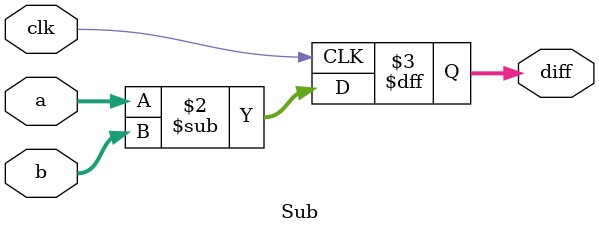
<source format=v>
`timescale 1ns / 1ps
module testSub(a_1,b_1,clk,diff_1);
	input [1:0] a_1;
	input [1:0] b_1;
	input clk;
	output [1:0] diff_1;
	
	
	Sub #(.WIDTH(2)) Sub_1(a_1,b_1,clk,diff_1);
	endmodule
//Subtractor Module
module Sub #(parameter WIDTH = 2) (a,b,clk,diff);

input [WIDTH - 1: 0] a;
input [WIDTH - 1: 0] b;
input clk;
output reg [WIDTH - 1: 0] diff;


	always @ (posedge clk) begin
	begin
			diff <= a - b;
	end
end
endmodule //End Subtractor Module

</source>
